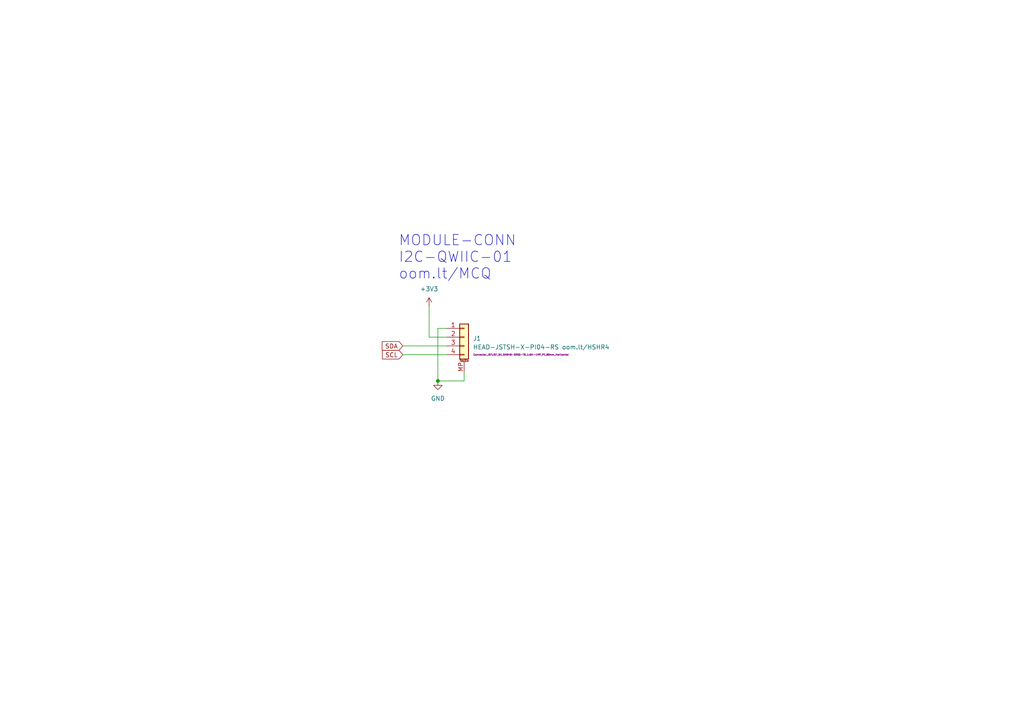
<source format=kicad_sch>
(kicad_sch (version 20211123) (generator eeschema)
  (paper "A4")
  (lib_symbols
    (symbol "Connector_Generic_MountingPin:Conn_01x04_MountingPin" (pin_names (offset 1.016) hide)
      (property "Reference" "J" (at 0 5.08 0))
      (property "Value" "Conn_01x04_MountingPin" (at 1.27 -7.62 0))
      (symbol "Conn_01x04_MountingPin_1_1"
        (rectangle (start -1.27 -4.953) (end 0 -5.207) (stroke (width 0.1524)))
        (rectangle (start -1.27 -2.413) (end 0 -2.667) (stroke (width 0.1524)))
        (rectangle (start -1.27 0.127) (end 0 -0.127) (stroke (width 0.1524)))
        (rectangle (start -1.27 2.667) (end 0 2.413) (stroke (width 0.1524)))
        (rectangle (start -1.27 3.81) (end 1.27 -6.35) (stroke (width 0.254)) (fill (type background)))
        (polyline (pts (xy -1.016 -7.112) (xy 1.016 -7.112)) (stroke (width 0.1524)))
        (text "Mounting" (at 0 -6.731 0) (effects (font (size 0.381 0.381))))
        (pin passive line (at -5.08 2.54 0) (length 3.81) (name "Pin_1") (number "1"))
        (pin passive line (at -5.08 0 0) (length 3.81) (name "Pin_2") (number "2"))
        (pin passive line (at -5.08 -2.54 0) (length 3.81) (name "Pin_3") (number "3"))
        (pin passive line (at -5.08 -5.08 0) (length 3.81) (name "Pin_4") (number "4"))
        (pin passive line (at 0 -10.16 90) (length 3.048) (name "MountPin") (number "MP"))
      )
    )
    (symbol "power:+3V3" (power) (pin_names (offset 0))
      (property "Value" "+3V3" (at 0 3.556 0))
      (symbol "+3V3_0_1"
        (polyline (pts (xy -0.762 1.27) (xy 0 2.54)))
        (polyline (pts (xy 0 0) (xy 0 2.54)))
        (polyline (pts (xy 0 2.54) (xy 0.762 1.27)))
      )
      (symbol "+3V3_1_1"
        (pin power_in line (at 0 0 90) (length 0) hide (name "+3V3") (number "1"))
      )
    )
    (symbol "power:GND" (power) (pin_names (offset 0))
      (property "Value" "GND" (at 0 -3.81 0))
      (symbol "GND_0_1"
        (polyline (pts (xy 0 0) (xy 0 -1.27) (xy 1.27 -1.27) (xy 0 -2.54) (xy -1.27 -1.27) (xy 0 -1.27)))
      )
      (symbol "GND_1_1"
        (pin power_in line (at 0 0 270) (length 0) hide (name "GND") (number "1"))
      )
    )
  )
  (junction (at 127 110.49))
  (wire (pts (xy 127 95.25) (xy 127 110.49)))
  (wire (pts (xy 116.84 100.33) (xy 129.54 100.33)))
  (wire (pts (xy 116.84 102.87) (xy 129.54 102.87)))
  (wire (pts (xy 134.62 107.95) (xy 134.62 110.49)))
  (wire (pts (xy 129.54 97.79) (xy 124.46 97.79)))
  (wire (pts (xy 124.46 88.9) (xy 124.46 97.79)))
  (wire (pts (xy 129.54 95.25) (xy 127 95.25)))
  (wire (pts (xy 127 110.49) (xy 134.62 110.49)))
  (text "MODULE-CONN\nI2C-QWIIC-01\noom.lt/MCQ" (at 115.57 81.28 0) (effects (font (size 3 3)) (justify left bottom)))
  (global_label "SCL" (shape input) (at 116.84 102.87 180) (property "Intersheet References" "${INTERSHEET_REFS}" (effects hide)))
  (global_label "SDA" (shape input) (at 116.84 100.33 180) (property "Intersheet References" "${INTERSHEET_REFS}" (effects hide)))
  (symbol (lib_id "power:GND") (at 127 110.49 0) (unit 1)
    (property "Reference" "#PWR0101" (effects hide))
    (property "Value" "GND" (at 127 115.57 0))
  )
  (symbol (lib_id "Connector_Generic_MountingPin:Conn_01x04_MountingPin") (at 134.62 97.79 0) (unit 1)
    (property "Reference" "J1" (at 137.16 98.1455 0) (effects (justify left)))
    (property "Value" "HEAD-JSTSH-X-PI04-RS oom.lt/HSHR4" (at 137.16 100.6855 0) (effects (justify left)))
    (property "Footprint" "Connector_JST:JST_SH_SM04B-SRSS-TB_1x04-1MP_P1.00mm_Horizontal" (at 151.13 102.87 0) (effects (font (size 0.5 0.5))))
    (property "Datasheet" "https://github.com/oomlout/oomlout_OOMP_parts/tree/main/HEAD-JSTSH-X-PI04-RS/datasheet.pdf" (effects hide))
  )
  (symbol (lib_id "power:+3V3") (at 124.46 88.9 0) (unit 1)
    (property "Reference" "#PWR0102" (effects hide))
    (property "Value" "+3V3" (at 124.46 83.82 0))
  )
)
</source>
